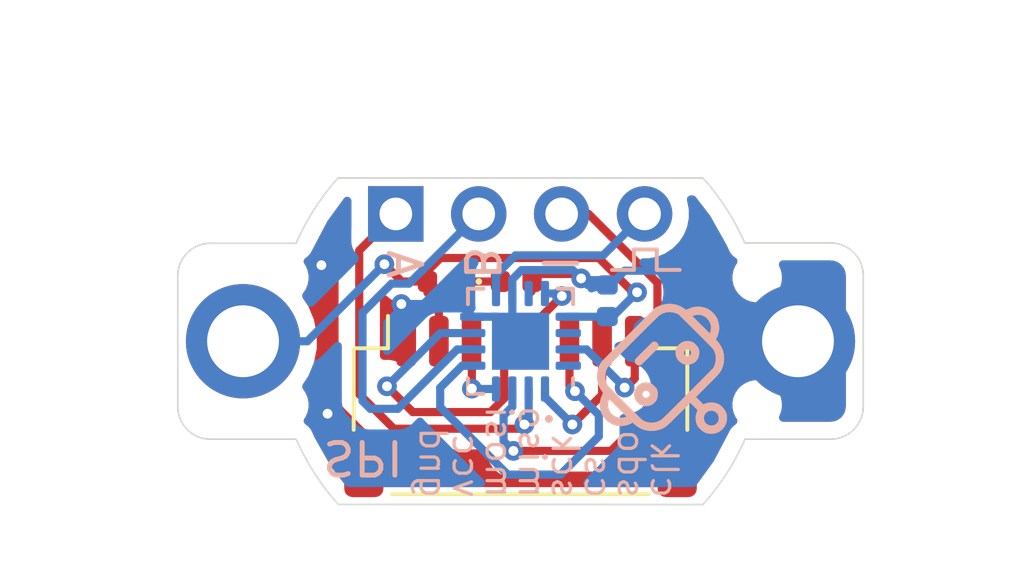
<source format=kicad_pcb>
(kicad_pcb (version 20210925) (generator pcbnew)
  (layers (0 "F.Cu" signal) (31 "B.Cu" signal) (34 "B.Paste" user) (35 "F.Paste" user) (36 "B.SilkS" user "B.Silkscreen") (37 "F.SilkS" user "F.Silkscreen") (38 "B.Mask" user) (39 "F.Mask" user) (44 "Edge.Cuts" user))
  (net 0 "")
  (net 1 "VCC")
  (net 2 "GND")
  (net 3 "Net-(D1-Pad1)")
  (net 4 "nCS")
  (net 5 "SCK")
  (net 6 "MISO")
  (net 7 "MOSI")
  (net 8 "SSCK")
  (net 9 "SSD")
  (net 10 "PWM")
  (net 11 "ABI_I")
  (net 12 "ABI_B")
  (net 13 "ABI_A")
  (net 14 "Net-(U1-Pad16)")
  (net 15 "Net-(U1-Pad14)")
  (net 16 "Net-(U1-Pad11)")
  (footprint "LED_SMD:LED_0402_1005Metric" (layer "F.Cu") (at 97.635 78.17 180)
    (fp_text reference "D1")
    (fp_text value "green")
    (fp_circle (center -1.09 0) (end -1.04 0) (layer "F.SilkS") (width 0.1) (fill none))
    (pad "1" smd roundrect locked (at -0.485 0 180) (size 0.59 0.64) (layers "F.Cu" "F.Paste" "F.Mask") (net 3 "Net-(D1-Pad1)"))
    (pad "2" smd roundrect locked (at 0.485 0 180) (size 0.59 0.64) (layers "F.Cu" "F.Paste" "F.Mask") (net 1 "VCC"))
  )
  (footprint "MountingHole:MountingHole_2.2mm_M2_ISO7380_Pad" (layer "F.Cu") (at 91.5 80)
    (fp_text reference "H1")
    (fp_text value "MountingHole_Pad")
    (pad "1" thru_hole circle locked (at 0 0) (size 3.5 3.5) (drill 2.2) (layers *.Cu *.Mask) (net 1 "VCC"))
  )
  (footprint "MountingHole:MountingHole_2.2mm_M2_ISO7380_Pad" (layer "F.Cu") (at 108.5 80)
    (fp_text reference "H2")
    (fp_text value "MountingHole_Pad")
    (pad "1" thru_hole circle locked (at 0 0) (size 3.5 3.5) (drill 2.2) (layers *.Cu *.Mask) (net 2 "GND"))
  )
  (footprint "Connector_JST:JST_SH_SM08B-SRSS-TB_1x08-1MP_P1.00mm_Horizontal" (layer "F.Cu") (at 100 82)
    (fp_text reference "J1")
    (fp_text value "Conn_01x06_MountingPin")
    (fp_line (start 5.11 0.715) (end 5.11 -1.785) (layer "F.SilkS") (width 0.12))
    (fp_line (start -5.11 0.715) (end -5.11 -1.785) (layer "F.SilkS") (width 0.12))
    (fp_line (start -3.94 2.685) (end 3.94 2.685) (layer "F.SilkS") (width 0.12))
    (fp_line (start -5.11 -1.785) (end -4.06 -1.785) (layer "F.SilkS") (width 0.12))
    (fp_line (start 5.11 -1.785) (end 4.06 -1.785) (layer "F.SilkS") (width 0.12))
    (fp_line (start -4.06 -1.785) (end -4.06 -2.775) (layer "F.SilkS") (width 0.12))
    (pad "1" smd roundrect locked (at -3.5 -2) (size 0.6 1.55) (layers "F.Cu" "F.Paste" "F.Mask") (net 2 "GND"))
    (pad "2" smd roundrect locked (at -2.5 -2) (size 0.6 1.55) (layers "F.Cu" "F.Paste" "F.Mask") (net 1 "VCC"))
    (pad "3" smd roundrect locked (at -1.5 -2) (size 0.6 1.55) (layers "F.Cu" "F.Paste" "F.Mask") (net 7 "MOSI"))
    (pad "4" smd roundrect locked (at -0.5 -2) (size 0.6 1.55) (layers "F.Cu" "F.Paste" "F.Mask") (net 6 "MISO"))
    (pad "5" smd roundrect locked (at 0.5 -2) (size 0.6 1.55) (layers "F.Cu" "F.Paste" "F.Mask") (net 5 "SCK"))
    (pad "6" smd roundrect locked (at 1.5 -2) (size 0.6 1.55) (layers "F.Cu" "F.Paste" "F.Mask") (net 4 "nCS"))
    (pad "7" smd roundrect locked (at 2.5 -2) (size 0.6 1.55) (layers "F.Cu" "F.Paste" "F.Mask") (net 9 "SSD"))
    (pad "8" smd roundrect locked (at 3.5 -2) (size 0.6 1.55) (layers "F.Cu" "F.Paste" "F.Mask") (net 8 "SSCK"))
    (pad "MP" smd roundrect locked (at -4.8 1.875) (size 1.2 1.8) (layers "F.Cu" "F.Paste" "F.Mask") (roundrect_rratio 0.208333) (net 2 "GND"))
    (pad "MP" smd roundrect locked (at 4.8 1.875) (size 1.2 1.8) (layers "F.Cu" "F.Paste" "F.Mask") (roundrect_rratio 0.208333) (net 2 "GND"))
  )
  (footprint "Connector_PinHeader_2.54mm:PinHeader_1x04_P2.54mm_Vertical" (layer "F.Cu") (at 96.18 76.1 90)
    (fp_text reference "J2")
    (fp_text value "Castellations_ABI")
    (pad "1" thru_hole rect locked (at 0 0 90) (size 1.7 1.7) (drill 1) (layers *.Cu *.Mask) (net 13 "ABI_A"))
    (pad "2" thru_hole oval locked (at 0 2.54 90) (size 1.7 1.7) (drill 1) (layers *.Cu *.Mask) (net 12 "ABI_B"))
    (pad "3" thru_hole oval locked (at 0 5.08 90) (size 1.7 1.7) (drill 1) (layers *.Cu *.Mask) (net 11 "ABI_I"))
    (pad "4" thru_hole oval locked (at 0 7.62 90) (size 1.7 1.7) (drill 1) (layers *.Cu *.Mask) (net 10 "PWM"))
  )
  (footprint "Resistor_SMD:R_0402_1005Metric" (layer "F.Cu") (at 99.87 78.17)
    (fp_text reference "R1")
    (fp_text value "1k")
    (pad "1" smd roundrect locked (at -0.485 0) (size 0.59 0.64) (layers "F.Cu" "F.Paste" "F.Mask") (net 3 "Net-(D1-Pad1)"))
    (pad "2" smd roundrect locked (at 0.485 0) (size 0.59 0.64) (layers "F.Cu" "F.Paste" "F.Mask") (net 2 "GND"))
  )
  (footprint "runger:Mousebite" (layer "F.Cu") (at 107.25 81.95)
    (fp_text reference "H**" hide)
    (fp_text value "Mousebite" hide)
    (pad "" np_thru_hole circle locked (at 0 0) (size 0.5 0.5) (drill 0.5) (layers *.Cu *.Mask))
  )
  (footprint "runger:Mousebite" (layer "F.Cu") (at 107.25 78.05)
    (fp_text reference "H**" hide)
    (fp_text value "Mousebite" hide)
    (pad "" np_thru_hole circle locked (at 0 0) (size 0.5 0.5) (drill 0.5) (layers *.Cu *.Mask))
  )
  (footprint "runger:Mousebite" (layer "F.Cu") (at 92.75 81.95)
    (fp_text reference "H**" hide)
    (fp_text value "Mousebite" hide)
    (pad "" np_thru_hole circle locked (at 0 0) (size 0.5 0.5) (drill 0.5) (layers *.Cu *.Mask))
  )
  (footprint "runger:Mousebite" (layer "F.Cu") (at 92.75 78.05)
    (fp_text reference "H**" hide)
    (fp_text value "Mousebite" hide)
    (pad "" np_thru_hole circle locked (at 0 0) (size 0.5 0.5) (drill 0.5) (layers *.Cu *.Mask))
  )
  (footprint "Capacitor_SMD:C_0402_1005Metric" (layer "B.Cu") (at 102.66 78.76 -90)
    (fp_text reference "C2")
    (fp_text value "1uF 6.3V")
    (pad "1" smd roundrect locked (at -0.485 0 270) (size 0.59 0.64) (layers "B.Cu" "B.Paste" "B.Mask") (net 2 "GND"))
    (pad "2" smd roundrect locked (at 0.485 0 270) (size 0.59 0.64) (layers "B.Cu" "B.Paste" "B.Mask") (net 1 "VCC"))
  )
  (footprint "Package_DFN_QFN:QFN-16-1EP_3x3mm_P0.5mm_EP1.75x1.75mm" (layer "B.Cu") (at 100 80 90)
    (fp_text reference "U1")
    (fp_text value "MA730")
    (fp_line (start 1.135 1.61) (end 1.61 1.61) (layer "B.SilkS") (width 0.12))
    (fp_line (start -1.61 -1.61) (end -1.61 -1.135) (layer "B.SilkS") (width 0.12))
    (fp_line (start -1.135 1.61) (end -1.61 1.61) (layer "B.SilkS") (width 0.12))
    (fp_line (start 1.61 -1.61) (end 1.61 -1.135) (layer "B.SilkS") (width 0.12))
    (fp_line (start 1.61 1.61) (end 1.61 1.135) (layer "B.SilkS") (width 0.12))
    (fp_line (start -1.135 -1.61) (end -1.61 -1.61) (layer "B.SilkS") (width 0.12))
    (fp_line (start 1.135 -1.61) (end 1.61 -1.61) (layer "B.SilkS") (width 0.12))
    (pad "1" smd roundrect locked (at -1.4625 0.75 90) (size 0.775 0.25) (layers "B.Cu" "B.Paste" "B.Mask") (net 9 "SSD"))
    (pad "2" smd roundrect locked (at -1.4625 0.25 90) (size 0.775 0.25) (layers "B.Cu" "B.Paste" "B.Mask") (net 13 "ABI_A"))
    (pad "3" smd roundrect locked (at -1.4625 -0.25 90) (size 0.775 0.25) (layers "B.Cu" "B.Paste" "B.Mask") (net 11 "ABI_I"))
    (pad "4" smd roundrect locked (at -1.4625 -0.75 90) (size 0.775 0.25) (layers "B.Cu" "B.Paste" "B.Mask") (net 7 "MOSI"))
    (pad "5" smd roundrect locked (at -0.75 -1.4625 90) (size 0.25 0.775) (layers "B.Cu" "B.Paste" "B.Mask") (net 4 "nCS"))
    (pad "6" smd roundrect locked (at -0.25 -1.4625 90) (size 0.25 0.775) (layers "B.Cu" "B.Paste" "B.Mask") (net 12 "ABI_B"))
    (pad "7" smd roundrect locked (at 0.25 -1.4625 90) (size 0.25 0.775) (layers "B.Cu" "B.Paste" "B.Mask") (net 6 "MISO"))
    (pad "8" smd roundrect locked (at 0.75 -1.4625 90) (size 0.25 0.775) (layers "B.Cu" "B.Paste" "B.Mask") (net 2 "GND"))
    (pad "9" smd roundrect locked (at 1.4625 -0.75 90) (size 0.775 0.25) (layers "B.Cu" "B.Paste" "B.Mask") (net 10 "PWM"))
    (pad "10" smd roundrect locked (at 1.4625 -0.25 90) (size 0.775 0.25) (layers "B.Cu" "B.Paste" "B.Mask") (net 2 "GND"))
    (pad "11" smd roundrect locked (at 1.4625 0.25 90) (size 0.775 0.25) (layers "B.Cu" "B.Paste" "B.Mask") (net 16 "Net-(U1-Pad11)"))
    (pad "12" smd roundrect locked (at 1.4625 0.75 90) (size 0.775 0.25) (layers "B.Cu" "B.Paste" "B.Mask") (net 5 "SCK"))
    (pad "13" smd roundrect locked (at 0.75 1.4625 90) (size 0.25 0.775) (layers "B.Cu" "B.Paste" "B.Mask") (net 1 "VCC"))
    (pad "14" smd roundrect locked (at 0.25 1.4625 90) (size 0.25 0.775) (layers "B.Cu" "B.Paste" "B.Mask") (net 15 "Net-(U1-Pad14)"))
    (pad "15" smd roundrect locked (at -0.25 1.4625 90) (size 0.25 0.775) (layers "B.Cu" "B.Paste" "B.Mask") (net 8 "SSCK"))
    (pad "16" smd roundrect locked (at -0.75 1.4625 90) (size 0.25 0.775) (layers "B.Cu" "B.Paste" "B.Mask") (net 14 "Net-(U1-Pad16)"))
    (pad "17" smd rect locked (at 0 0 90) (size 1.75 1.75) (layers "B.Cu" "B.Mask") (net 2 "GND"))
  )
  (footprint "runger:Robo_logo2" (layer "B.Cu") (at 104.74 81.25 45)
    (fp_text reference "G***" hide)
    (fp_text value "LOGO" hide)
    (fp_poly (pts (xy -0.852964 -0.006741) (xy -0.817725 -0.011646) (xy -0.784163 -0.022321) (xy -0.750304 -0.037274) (xy -0.673759 -0.083754) (xy -0.612127 -0.14399) (xy -0.571847 -0.205393) (xy -0.558897 -0.231799) (xy -0.55062 -0.255572) (xy -0.54599 -0.282534) (xy -0.54398 -0.318509) (xy -0.54356 -0.36576) (xy -0.54392 -0.414476) (xy -0.545819 -0.448904) (xy -0.550486 -0.475073) (xy -0.559149 -0.499011) (xy -0.573038 -0.526749) (xy -0.578408 -0.536712) (xy -0.627833 -0.608228) (xy -0.689348 -0.664085) (xy -0.761289 -0.703224) (xy -0.841998 -0.724585) (xy -0.878285 -0.728009) (xy -0.922977 -0.727777) (xy -0.96726 -0.723815) (xy -0.996902 -0.718102) (xy -1.071873 -0.6867) (xy -1.138466 -0.638469) (xy -1.193765 -0.576147) (xy -1.234861 -0.502475) (xy -1.240146 -0.489229) (xy -1.254921 -0.428174) (xy -1.257529 -0.379922) (xy -1.011775 -0.379922) (xy -1.000461 -0.419396) (xy -0.976344 -0.450614) (xy -0.942976 -0.471496) (xy -0.903905 -0.479966) (xy -0.862681 -0.473947) (xy -0.822855 -0.45136) (xy -0.816409 -0.445657) (xy -0.792327 -0.410916) (xy -0.784475 -0.37133) (xy -0.79105 -0.331419) (xy -0.810248 -0.295701) (xy -0.840265 -0.268694) (xy -0.879298 -0.254916) (xy -0.892911 -0.254037) (xy -0.940383 -0.262888) (xy -0.978565 -0.287515) (xy -1.003588 -0.325192) (xy -1.006738 -0.334267) (xy -1.011775 -0.379922) (xy -1.257529 -0.379922) (xy -1.258686 -0.358539) (xy -1.251704 -0.288652) (xy -1.234236 -0.226841) (xy -1.231721 -0.220972) (xy -1.197754 -0.164248) (xy -1.14968 -0.109757) (xy -1.093386 -0.063333) (xy -1.04366 -0.034658) (xy -1.004496 -0.018692) (xy -0.969085 -0.009806) (xy -0.928075 -0.006124) (xy -0.89916 -0.005634) (xy -0.852964 -0.006741)) (layer "B.SilkS") (width 0.01) (fill solid))
    (fp_poly (pts (xy 0.109648 -1.108074) (xy 0.181977 -1.108995) (xy 0.246828 -1.110394) (xy 0.301111 -1.112273) (xy 0.34174 -1.11463) (xy 0.365625 -1.117466) (xy 0.367646 -1.117953) (xy 0.411414 -1.139753) (xy 0.441917 -1.175255) (xy 0.456393 -1.220837) (xy 0.4572 -1.235368) (xy 0.454299 -1.267576) (xy 0.442839 -1.293313) (xy 0.42243 -1.318409) (xy 0.38766 -1.35636) (xy 0.01349 -1.358862) (xy -0.086109 -1.359423) (xy -0.167411 -1.359599) (xy -0.232438 -1.359326) (xy -0.283212 -1.35854) (xy -0.321753 -1.357174) (xy -0.350083 -1.355164) (xy -0.370224 -1.352446) (xy -0.384195 -1.348955) (xy -0.391682 -1.34587) (xy -0.427256 -1.31781) (xy -0.449564 -1.279059) (xy -0.457458 -1.23505) (xy -0.449786 -1.191222) (xy -0.431147 -1.159316) (xy -0.403631 -1.135638) (xy -0.3711 -1.119007) (xy -0.367647 -1.117953) (xy -0.34666 -1.115042) (xy -0.308447 -1.11261) (xy -0.256096 -1.110656) (xy -0.192694 -1.109182) (xy -0.121331 -1.108186) (xy -0.045094 -1.10767) (xy 0.032928 -1.107633) (xy 0.109648 -1.108074)) (layer "B.SilkS") (width 0.01) (fill solid))
    (fp_poly (pts (xy 0.097813 2.033273) (xy 0.186492 2.006246) (xy 0.268214 1.96053) (xy 0.34422 1.895576) (xy 0.353277 1.886187) (xy 0.40812 1.817965) (xy 0.44613 1.745631) (xy 0.4685 1.665749) (xy 0.476428 1.574883) (xy 0.475802 1.534168) (xy 0.473144 1.485324) (xy 0.468585 1.449197) (xy 0.460295 1.418185) (xy 0.446443 1.384687) (xy 0.433155 1.3571) (xy 0.38195 1.273063) (xy 0.318455 1.204615) (xy 0.240771 1.149882) (xy 0.203514 1.13056) (xy 0.122471 1.0922) (xy 0.122195 0.93218) (xy 0.12192 0.77216) (xy 0.61722 0.771984) (xy 0.739095 0.77186) (xy 0.842638 0.771477) (xy 0.929835 0.770681) (xy 1.002672 0.769317) (xy 1.063137 0.767231) (xy 1.113215 0.764267) (xy 1.154894 0.760272) (xy 1.19016 0.755089) (xy 1.221001 0.748566) (xy 1.249402 0.740546) (xy 1.277351 0.730876) (xy 1.306834 0.719399) (xy 1.310281 0.71801) (xy 1.397129 0.677159) (xy 1.47441 0.627391) (xy 1.549244 0.563975) (xy 1.565153 0.54864) (xy 1.64756 0.454337) (xy 1.711593 0.351364) (xy 1.751969 0.255855) (xy 1.769983 0.192551) (xy 1.784764 0.121009) (xy 1.794734 0.05026) (xy 1.79832 -0.009764) (xy 1.799879 -0.035382) (xy 1.808524 -0.047841) (xy 1.830203 -0.05427) (xy 1.83642 -0.055422) (xy 1.883138 -0.069054) (xy 1.938766 -0.093237) (xy 1.997289 -0.12473) (xy 2.052698 -0.160289) (xy 2.098981 -0.196672) (xy 2.100044 -0.197632) (xy 2.166196 -0.267786) (xy 2.224251 -0.349103) (xy 2.269513 -0.43461) (xy 2.283777 -0.47065) (xy 2.302854 -0.544344) (xy 2.313502 -0.62867) (xy 2.315313 -0.715594) (xy 2.307882 -0.797078) (xy 2.301839 -0.82804) (xy 2.267383 -0.931737) (xy 2.21538 -1.028275) (xy 2.148023 -1.115306) (xy 2.067506 -1.190481) (xy 1.976023 -1.251453) (xy 1.875768 -1.295873) (xy 1.859849 -1.301043) (xy 1.828188 -1.312774) (xy 1.805002 -1.324939) (xy 1.797128 -1.332267) (xy 1.792292 -1.348767) (xy 1.786004 -1.37906) (xy 1.779571 -1.416808) (xy 1.779154 -1.419531) (xy 1.752587 -1.528373) (xy 1.707662 -1.632248) (xy 1.646122 -1.729159) (xy 1.569712 -1.817109) (xy 1.480174 -1.8941) (xy 1.379254 -1.958136) (xy 1.268694 -2.007217) (xy 1.26492 -2.008553) (xy 1.18364 -2.03708) (xy 0.0254 -2.038938) (xy -0.160295 -2.039194) (xy -0.326694 -2.039328) (xy -0.474822 -2.03933) (xy -0.605704 -2.039191) (xy -0.720364 -2.0389) (xy -0.819827 -2.038449) (xy -0.905117 -2.037826) (xy -0.977259 -2.037023) (xy -1.037276 -2.036031) (xy -1.086194 -2.034838) (xy -1.125037 -2.033435) (xy -1.15483 -2.031814) (xy -1.176596 -2.029963) (xy -1.191361 -2.027873) (xy -1.1938 -2.027374) (xy -1.304486 -1.993291) (xy -1.408518 -1.942326) (xy -1.503918 -1.876537) (xy -1.588705 -1.797979) (xy -1.660899 -1.708708) (xy -1.718521 -1.610779) (xy -1.75959 -1.50625) (xy -1.779155 -1.419531) (xy -1.78555 -1.381502) (xy -1.79189 -1.35049) (xy -1.796869 -1.332833) (xy -1.797129 -1.332267) (xy -1.810012 -1.321823) (xy -1.836099 -1.309459) (xy -1.85985 -1.301043) (xy -1.949042 -1.26608) (xy -2.030205 -1.217852) (xy -2.108185 -1.153335) (xy -2.128746 -1.13331) (xy -2.202097 -1.048655) (xy -2.25641 -0.959996) (xy -2.292558 -0.865054) (xy -2.311415 -0.76155) (xy -2.313737 -0.661106) (xy -2.069701 -0.661106) (xy -2.064993 -0.741119) (xy -2.064803 -0.742151) (xy -2.039303 -0.831107) (xy -1.998459 -0.908416) (xy -1.952029 -0.963925) (xy -1.920202 -0.991581) (xy -1.88405 -1.017948) (xy -1.848823 -1.039695) (xy -1.819771 -1.05349) (xy -1.80594 -1.056631) (xy -1.804215 -1.046846) (xy -1.802626 -1.018977) (xy -1.801219 -0.975261) (xy -1.80004 -0.917932) (xy -1.799134 -0.849229) (xy -1.798546 -0.771386) (xy -1.798321 -0.68664) (xy -1.79832 -0.68072) (xy -1.798462 -0.595587) (xy -1.798863 -0.517207) (xy -1.799493 -0.447814) (xy -1.80032 -0.389645) (xy -1.800338 -0.388824) (xy -1.54274 -0.388824) (xy -1.542529 -0.535018) (xy -1.542104 -0.666108) (xy -1.53924 -1.397) (xy -1.515308 -1.456336) (xy -1.467107 -1.550437) (xy -1.404381 -1.631517) (xy -1.328757 -1.698202) (xy -1.241861 -1.749117) (xy -1.14532 -1.782889) (xy -1.12268 -1.787936) (xy -1.10573 -1.789301) (xy -1.070106 -1.790558) (xy -1.017456 -1.791708) (xy -0.949427 -1.792749) (xy -0.867665 -1.793681) (xy -0.773818 -1.794502) (xy -0.669531 -1.795214) (xy -0.556453 -1.795814) (xy -0.436228 -1.796302) (xy -0.310505 -1.796677) (xy -0.180931 -1.79694) (xy -0.049151 -1.797088) (xy 0.083187 -1.797122) (xy 0.214437 -1.797041) (xy 0.342951 -1.796844) (xy 0.467084 -1.79653) (xy 0.585187 -1.796099) (xy 0.695615 -1.79555) (xy 0.796721 -1.794883) (xy 0.886857 -1.794096) (xy 0.964377 -1.793189) (xy 1.027635 -1.792162) (xy 1.074983 -1.791014) (xy 1.104775 -1.789744) (xy 1.114014 -1.788839) (xy 1.21477 -1.759864) (xy 1.305507 -1.713636) (xy 1.384854 -1.651291) (xy 1.451441 -1.573965) (xy 1.503899 -1.482793) (xy 1.515307 -1.456336) (xy 1.53924 -1.397) (xy 1.542068 -0.674918) (xy 1.79832 -0.674918) (xy 1.79832 -1.058009) (xy 1.82118 -1.051365) (xy 1.841503 -1.042282) (xy 1.871333 -1.025356) (xy 1.898977 -1.007702) (xy 1.964323 -0.952274) (xy 2.014104 -0.88628) (xy 2.048092 -0.812482) (xy 2.06606 -0.733646) (xy 2.06778 -0.652533) (xy 2.053025 -0.571909) (xy 2.021565 -0.494536) (xy 1.973174 -0.423177) (xy 1.949301 -0.397211) (xy 1.923071 -0.374374) (xy 1.890114 -0.35027) (xy 1.855868 -0.328353) (xy 1.82577 -0.312075) (xy 1.80526 -0.304887) (xy 1.803737 -0.3048) (xy 1.802511 -0.314587) (xy 1.801383 -0.34246) (xy 1.800383 -0.386185) (xy 1.799545 -0.443528) (xy 1.7989 -0.512253) (xy 1.798481 -0.590128) (xy 1.79832 -0.674918) (xy 1.542068 -0.674918) (xy 1.542103 -0.666108) (xy 1.542599 -0.497897) (xy 1.54269 -0.349966) (xy 1.542376 -0.22228) (xy 1.541655 -0.114804) (xy 1.540528 -0.027501) (xy 1.538994 0.039662) (xy 1.537053 0.086723) (xy 1.534705 0.113716) (xy 1.534153 0.116872) (xy 1.505381 0.206853) (xy 1.458852 0.290619) (xy 1.396771 0.365731) (xy 1.321347 0.429749) (xy 1.234787 0.480235) (xy 1.187567 0.499805) (xy 1.12268 0.52324) (xy 0.06096 0.52619) (xy -0.121935 0.526594) (xy -0.291295 0.526757) (xy -0.446409 0.526683) (xy -0.586564 0.526377) (xy -0.71105 0.525842) (xy -0.819155 0.525084) (xy -0.910166 0.524108) (xy -0.983372 0.522917) (xy -1.038061 0.521516) (xy -1.073521 0.519909) (xy -1.084301 0.518973) (xy -1.179842 0.499897) (xy -1.264409 0.466246) (xy -1.342058 0.415999) (xy -1.405094 0.359298) (xy -1.448956 0.305335) (xy -1.488414 0.239423) (xy -1.518989 0.169931) (xy -1.533737 0.11888) (xy -1.536183 0.098098) (xy -1.538233 0.060901) (xy -1.539893 0.006788) (xy -1.541168 -0.06474) (xy -1.542064 -0.154185) (xy -1.542586 -0.262046) (xy -1.54274 -0.388824) (xy -1.800338 -0.388824) (xy -1.80131 -0.344937) (xy -1.802432 -0.315925) (xy -1.803653 -0.304846) (xy -1.803738 -0.3048) (xy -1.815097 -0.30903) (xy -1.838533 -0.319909) (xy -1.858339 -0.329722) (xy -1.925864 -0.37472) (xy -1.982583 -0.433994) (xy -2.026675 -0.503907) (xy -2.056322 -0.580823) (xy -2.069701 -0.661106) (xy -2.313737 -0.661106) (xy -2.313989 -0.65024) (xy -2.300325 -0.536454) (xy -2.269047 -0.432407) (xy -2.219626 -0.336961) (xy -2.151529 -0.248981) (xy -2.104251 -0.201827) (xy -2.055759 -0.162847) (xy -1.998681 -0.125465) (xy -1.938894 -0.092906) (xy -1.882278 -0.068396) (xy -1.837853 -0.055691) (xy -1.801186 -0.049076) (xy -1.794474 0.038236) (xy -1.781416 0.144723) (xy -1.758995 0.238269) (xy -1.727587 0.320816) (xy -1.668331 0.427322) (xy -1.592792 0.523024) (xy -1.502942 0.606046) (xy -1.400753 0.674511) (xy -1.310282 0.71801) (xy -1.280506 0.729696) (xy -1.252485 0.739559) (xy -1.224232 0.747754) (xy -1.19376 0.754436) (xy -1.159082 0.759759) (xy -1.118211 0.763878) (xy -1.069161 0.766948) (xy -1.009945 0.769124) (xy -0.938576 0.77056) (xy -0.853068 0.771412) (xy -0.751434 0.771833) (xy -0.631687 0.771978) (xy -0.61722 0.771984) (xy -0.12192 0.77216) (xy -0.122472 1.0922) (xy -0.203515 1.13056) (xy -0.287715 1.1801) (xy -0.356929 1.242569) (xy -0.413057 1.31984) (xy -0.433156 1.3571) (xy -0.451754 1.39651) (xy -0.463563 1.428344) (xy -0.470417 1.460207) (xy -0.474144 1.499698) (xy -0.475803 1.534168) (xy -0.47547 1.54385) (xy -0.232207 1.54385) (xy -0.226704 1.511201) (xy -0.212015 1.473437) (xy -0.210775 1.470716) (xy -0.173627 1.411857) (xy -0.1245 1.368254) (xy -0.06612 1.341137) (xy -0.001214 1.331737) (xy 0.067493 1.341287) (xy 0.072558 1.342752) (xy 0.124102 1.367849) (xy 0.170263 1.408459) (xy 0.20593 1.459777) (xy 0.213119 1.474894) (xy 0.230063 1.538334) (xy 0.228163 1.602024) (xy 0.20856 1.662537) (xy 0.172395 1.716447) (xy 0.120809 1.760327) (xy 0.117368 1.762492) (xy 0.085246 1.780217) (xy 0.056158 1.789549) (xy 0.020627 1.792969) (xy 0 1.79324) (xy -0.041527 1.791671) (xy -0.072343 1.785309) (xy -0.101926 1.77167) (xy -0.117369 1.762492) (xy -0.170455 1.718251) (xy -0.208183 1.661915) (xy -0.228624 1.596556) (xy -0.230486 1.5825) (xy -0.232207 1.54385) (xy -0.47547 1.54385) (xy -0.472336 1.634808) (xy -0.452825 1.724048) (xy -0.416505 1.803885) (xy -0.362609 1.876319) (xy -0.332953 1.906526) (xy -0.257649 1.967521) (xy -0.179661 2.009557) (xy -0.095663 2.033983) (xy -0.002332 2.042152) (xy 0.000938 2.042161) (xy 0.097813 2.033273)) (layer "B.SilkS") (width 0.01) (fill solid))
    (fp_poly (pts (xy 0.986438 -0.014923) (xy 1.060362 -0.044017) (xy 1.127592 -0.088719) (xy 1.161498 -0.120766) (xy 1.203048 -0.170304) (xy 1.230682 -0.217184) (xy 1.246804 -0.267721) (xy 1.253812 -0.328229) (xy 1.254653 -0.36576) (xy 1.253911 -0.414946) (xy 1.250751 -0.450757) (xy 1.243964 -0.480101) (xy 1.232341 -0.509888) (xy 1.22763 -0.520156) (xy 1.185181 -0.58825) (xy 1.127574 -0.647261) (xy 1.059504 -0.692457) (xy 1.054096 -0.695163) (xy 0.994477 -0.716172) (xy 0.926104 -0.727373) (xy 0.857164 -0.728111) (xy 0.795845 -0.717726) (xy 0.79116 -0.716282) (xy 0.717714 -0.682449) (xy 0.651949 -0.632363) (xy 0.597684 -0.569722) (xy 0.558734 -0.498223) (xy 0.55447 -0.487022) (xy 0.541188 -0.427663) (xy 0.538719 -0.364108) (xy 0.7874 -0.364108) (xy 0.790132 -0.400703) (xy 0.800213 -0.426279) (xy 0.81224 -0.441364) (xy 0.849739 -0.468228) (xy 0.893251 -0.479195) (xy 0.93707 -0.473905) (xy 0.975492 -0.451998) (xy 0.975831 -0.451693) (xy 1.001822 -0.416117) (xy 1.012073 -0.374572) (xy 1.007006 -0.33252) (xy 0.987043 -0.295425) (xy 0.962106 -0.273872) (xy 0.915745 -0.255793) (xy 0.870018 -0.257052) (xy 0.828082 -0.277431) (xy 0.82058 -0.283646) (xy 0.800035 -0.304795) (xy 0.79026 -0.325783) (xy 0.787457 -0.355817) (xy 0.7874 -0.364108) (xy 0.538719 -0.364108) (xy 0.53853 -0.359264) (xy 0.545973 -0.289777) (xy 0.562998 -0.227152) (xy 0.572955 -0.204665) (xy 0.620513 -0.133516) (xy 0.682451 -0.076017) (xy 0.756986 -0.033504) (xy 0.834304 -0.008956) (xy 0.90977 -0.002786) (xy 0.986438 -0.014923)) (layer "B.SilkS") (width 0.01) (fill solid))
  )
  (gr_line (start 102.8 77.815) (end 103.475 77.815) (layer "B.SilkS") (width 0.12))
  (gr_line (start 103.475 77.815) (end 103.475 77.19) (layer "B.SilkS") (width 0.12))
  (gr_line (start 103.475 77.19) (end 104.175 77.19) (layer "B.SilkS") (width 0.12))
  (gr_line (start 104.175 77.19) (end 104.175 77.815) (layer "B.SilkS") (width 0.12))
  (gr_line (start 104.175 77.815) (end 104.875 77.815) (layer "B.SilkS") (width 0.12))
  (gr_circle (center 100.87 82.38) (end 100.93 82.39) (layer "B.SilkS") (width 0.12) (fill none))
  (gr_arc (start 100 80) (end 94.410001 75.000001) (angle -18.23228403) (layer "Edge.Cuts") (width 0.05))
  (gr_line (start 110.5 82) (end 110.5 77.99) (layer "Edge.Cuts") (width 0.05))
  (gr_arc (start 100 80) (end 106.87 76.99) (angle -18.15117784) (layer "Edge.Cuts") (width 0.05))
  (gr_arc (start 90.5 78) (end 90.5 77) (angle -90) (layer "Edge.Cuts") (width 0.05))
  (gr_arc (start 90.5 82) (end 89.499951 82) (angle -90) (layer "Edge.Cuts") (width 0.05))
  (gr_arc (start 109.5 77.99) (end 110.5 77.99) (angle -90) (layer "Edge.Cuts") (width 0.05))
  (gr_line (start 90.5 83.000049) (end 93.13 83) (layer "Edge.Cuts") (width 0.05))
  (gr_line (start 89.5 78) (end 89.499951 82) (layer "Edge.Cuts") (width 0.05))
  (gr_line (start 106.875752 82.999745) (end 109.5 83) (layer "Edge.Cuts") (width 0.05))
  (gr_line (start 94.418983 85.000913) (end 105.59 85.002635) (layer "Edge.Cuts") (width 0.05))
  (gr_arc (start 100 79.99) (end 93.13 83) (angle -18.25906798) (layer "Edge.Cuts") (width 0.05))
  (gr_arc (start 109.5 82) (end 109.5 83) (angle -90) (layer "Edge.Cuts") (width 0.05))
  (gr_arc (start 100 80) (end 105.589999 85.002634) (angle -18.25555789) (layer "Edge.Cuts") (width 0.05))
  (gr_line (start 109.5 76.99) (end 106.87 76.99) (layer "Edge.Cuts") (width 0.05))
  (gr_line (start 94.410001 75.000001) (end 105.590443 74.999605) (layer "Edge.Cuts") (width 0.05))
  (gr_line (start 90.5 77) (end 93.126291 76.999965) (layer "Edge.Cuts") (width 0.05))
  (gr_text "A" (at 96.43 77.64 270) (layer "B.SilkS") (effects (font (size 1 1)) (justify mirror)))
  (gr_text "B" (at 98.8 77.6 270) (layer "B.SilkS") (effects (font (size 1 1)) (justify mirror)))
  (gr_text "SPI" (at 95.174 83.556 180) (layer "B.SilkS") (effects (font (size 1 1)) (justify mirror)))
  (gr_text "I" (at 101.27 77.61 90) (layer "B.SilkS") (effects (font (size 1 1)) (justify mirror)))
  (gr_text "clk" (at 104.397996 84.869286 270) (layer "B.SilkS") (effects (font (size 0.8 0.8) (thickness 0.1)) (justify left mirror)))
  (gr_text "vcc" (at 98.329428 84.869286 270) (layer "B.SilkS") (effects (font (size 0.8 0.8) (thickness 0.1)) (justify left mirror)))
  (gr_text "sdo" (at 103.386568 84.869286 270) (layer "B.SilkS") (effects (font (size 0.8 0.8) (thickness 0.1)) (justify left mirror)))
  (gr_text "cs" (at 102.37514 84.869286 270) (layer "B.SilkS") (effects (font (size 0.8 0.8) (thickness 0.1)) (justify left mirror)))
  (gr_text "gnd" (at 97.318 84.869286 270) (layer "B.SilkS") (effects (font (size 0.8 0.8) (thickness 0.1)) (justify left mirror)))
  (gr_text "mosi" (at 99.340856 84.869286 270) (layer "B.SilkS") (effects (font (size 0.8 0.8) (thickness 0.1)) (justify left mirror)))
  (gr_text "miso" (at 100.352284 84.869286 270) (layer "B.SilkS") (effects (font (size 0.8 0.8) (thickness 0.1)) (justify left mirror)))
  (gr_text "sck" (at 101.363712 84.869286 270) (layer "B.SilkS") (effects (font (size 0.8 0.8) (thickness 0.1)) (justify left mirror)))
  (segment (start 102.22 77.45) (end 102.396768 77.45) (width 0.25) (layer "F.Cu") (net 1))
  (segment (start 97.55 77.45) (end 102.22 77.45) (width 0.25) (layer "F.Cu") (net 1))
  (segment (start 97.15 77.85) (end 97.55 77.45) (width 0.25) (layer "F.Cu") (net 1))
  (segment (start 97.15 78.17) (end 96.36 78.17) (width 0.25) (layer "F.Cu") (net 1))
  (segment (start 97.15 78.17) (end 97.15 77.85) (width 0.25) (layer "F.Cu") (net 1))
  (segment (start 97.5 78.86) (end 97.5 80) (width 0.25) (layer "F.Cu") (net 1))
  (segment (start 102.396768 77.45) (end 103.446768 78.5) (width 0.25) (layer "F.Cu") (net 1))
  (segment (start 97.15 78.17) (end 97.15 78.51) (width 0.25) (layer "F.Cu") (net 1))
  (segment (start 103.446768 78.5) (end 103.57 78.5) (width 0.25) (layer "F.Cu") (net 1))
  (segment (start 96.36 78.17) (end 95.83 77.64) (width 0.25) (layer "F.Cu") (net 1))
  (segment (start 97.15 78.51) (end 97.5 78.86) (width 0.25) (layer "F.Cu") (net 1))
  (via (at 103.57 78.5) (size 0.6) (drill 0.3) (layers "F.Cu" "B.Cu") (net 1))
  (via (at 95.83 77.64) (size 0.6) (drill 0.3) (layers "F.Cu" "B.Cu") (net 1))
  (segment (start 102.825 79.245) (end 102.66 79.245) (width 0.25) (layer "B.Cu") (net 1))
  (segment (start 102.655 79.25) (end 102.66 79.245) (width 0.25) (layer "B.Cu") (net 1))
  (segment (start 103.57 78.5) (end 102.825 79.245) (width 0.25) (layer "B.Cu") (net 1))
  (segment (start 93.47 80) (end 91.5 80) (width 0.25) (layer "B.Cu") (net 1))
  (segment (start 95.83 77.64) (end 93.47 80) (width 0.25) (layer "B.Cu") (net 1))
  (segment (start 101.4625 79.25) (end 102.655 79.25) (width 0.25) (layer "B.Cu") (net 1))
  (segment (start 100.584991 77.940009) (end 101.7226 77.940009) (width 0.25) (layer "F.Cu") (net 2))
  (segment (start 100.355 78.17) (end 100.584991 77.940009) (width 0.25) (layer "F.Cu") (net 2))
  (segment (start 101.7226 77.940009) (end 101.857601 78.07501) (width 0.25) (layer "F.Cu") (net 2))
  (segment (start 96.5 79.01) (end 96.35 78.86) (width 0.25) (layer "F.Cu") (net 2))
  (segment (start 96.5 80) (end 96.5 79.01) (width 0.25) (layer "F.Cu") (net 2))
  (via (at 101.857601 78.07501) (size 0.6) (drill 0.3) (layers "F.Cu" "B.Cu") (net 2))
  (via (at 96.35 78.86) (size 0.6) (drill 0.3) (layers "F.Cu" "B.Cu") (net 2))
  (via (at 93.9 77.67) (size 0.6) (drill 0.3) (layers "F.Cu" "B.Cu") (net 2))
  (via (at 94.09 82.22) (size 0.6) (drill 0.3) (layers "F.Cu" "B.Cu") (net 2))
  (segment (start 102.66 78.275) (end 102.755 78.275) (width 0.25) (layer "B.Cu") (net 2))
  (segment (start 99.75 79.75) (end 100 80) (width 0.25) (layer "B.Cu") (net 2))
  (segment (start 96.35 78.86) (end 98.1475 78.86) (width 0.25) (layer "B.Cu") (net 2))
  (segment (start 100.031967 77.820011) (end 101.602602 77.820011) (width 0.25) (layer "B.Cu") (net 2))
  (segment (start 101.602602 77.820011) (end 101.857601 78.07501) (width 0.25) (layer "B.Cu") (net 2))
  (segment (start 102.057591 78.275) (end 101.857601 78.07501) (width 0.25) (layer "B.Cu") (net 2))
  (segment (start 99.75 78.101978) (end 100.031967 77.820011) (width 0.25) (layer "B.Cu") (net 2))
  (segment (start 99.25 79.25) (end 100 80) (width 0.25) (layer "B.Cu") (net 2))
  (segment (start 102.755 78.275) (end 103.19 77.84) (width 0.25) (layer "B.Cu") (net 2))
  (segment (start 98.5375 79.25) (end 99.25 79.25) (width 0.25) (layer "B.Cu") (net 2))
  (segment (start 99.75 78.5375) (end 99.75 78.101978) (width 0.25) (layer "B.Cu") (net 2))
  (segment (start 102.66 78.275) (end 102.057591 78.275) (width 0.25) (layer "B.Cu") (net 2))
  (segment (start 107.07 80) (end 108.5 80) (width 0.25) (layer "B.Cu") (net 2))
  (segment (start 98.1475 78.86) (end 98.5375 79.25) (width 0.25) (layer "B.Cu") (net 2))
  (segment (start 104.91 77.84) (end 107.07 80) (width 0.25) (layer "B.Cu") (net 2))
  (segment (start 99.75 78.5375) (end 99.75 79.75) (width 0.25) (layer "B.Cu") (net 2))
  (segment (start 103.19 77.84) (end 104.91 77.84) (width 0.25) (layer "B.Cu") (net 2))
  (segment (start 98.12 78.17) (end 99.385 78.17) (width 0.25) (layer "F.Cu") (net 3))
  (segment (start 101.67 81.53) (end 101.5 81.36) (width 0.25) (layer "F.Cu") (net 4))
  (segment (start 101.5 81.36) (end 101.5 80) (width 0.25) (layer "F.Cu") (net 4))
  (via (at 101.67 81.53) (size 0.6) (drill 0.3) (layers "F.Cu" "B.Cu") (net 4))
  (segment (start 97.54 82.01898) (end 99.606022 84.085002) (width 0.25) (layer "B.Cu") (net 4))
  (segment (start 101.224998 84.085002) (end 102.4 82.91) (width 0.25) (layer "B.Cu") (net 4))
  (segment (start 102.4 82.26) (end 101.67 81.53) (width 0.25) (layer "B.Cu") (net 4))
  (segment (start 102.4 82.91) (end 102.4 82.26) (width 0.25) (layer "B.Cu") (net 4))
  (segment (start 97.54 81.42282) (end 97.54 82.01898) (width 0.25) (layer "B.Cu") (net 4))
  (segment (start 98.5375 80.75) (end 98.21282 80.75) (width 0.25) (layer "B.Cu") (net 4))
  (segment (start 98.21282 80.75) (end 97.54 81.42282) (width 0.25) (layer "B.Cu") (net 4))
  (segment (start 99.606022 84.085002) (end 101.224998 84.085002) (width 0.25) (layer "B.Cu") (net 4))
  (segment (start 100.5 79.382443) (end 101.267379 78.615064) (width 0.25) (layer "F.Cu") (net 5))
  (segment (start 100.5 80) (end 100.5 79.382443) (width 0.25) (layer "F.Cu") (net 5))
  (via (at 101.267379 78.615064) (size 0.6) (drill 0.3) (layers "F.Cu" "B.Cu") (net 5))
  (segment (start 100.75 78.5375) (end 101.189815 78.5375) (width 0.25) (layer "B.Cu") (net 5))
  (segment (start 101.189815 78.5375) (end 101.267379 78.615064) (width 0.25) (layer "B.Cu") (net 5))
  (segment (start 99.5 81.75) (end 99.08 82.17) (width 0.25) (layer "F.Cu") (net 6))
  (segment (start 99.08 82.17) (end 96.7 82.17) (width 0.25) (layer "F.Cu") (net 6))
  (segment (start 96.7 82.17) (end 95.91 81.38) (width 0.25) (layer "F.Cu") (net 6))
  (segment (start 99.5 80) (end 99.5 81.75) (width 0.25) (layer "F.Cu") (net 6))
  (via (at 95.91 81.38) (size 0.6) (drill 0.3) (layers "F.Cu" "B.Cu") (net 6))
  (segment (start 97.54 79.75) (end 95.91 81.38) (width 0.25) (layer "B.Cu") (net 6))
  (segment (start 98.5375 79.75) (end 97.54 79.75) (width 0.25) (layer "B.Cu") (net 6))
  (segment (start 98.51 81.45) (end 98.51 80.01) (width 0.25) (layer "F.Cu") (net 7))
  (segment (start 98.51 80.01) (end 98.5 80) (width 0.25) (layer "F.Cu") (net 7))
  (via (at 98.51 81.45) (size 0.6) (drill 0.3) (layers "F.Cu" "B.Cu") (net 7))
  (segment (start 98.5225 81.4625) (end 98.51 81.45) (width 0.25) (layer "B.Cu") (net 7))
  (segment (start 99.25 81.4625) (end 98.5225 81.4625) (width 0.25) (layer "B.Cu") (net 7))
  (segment (start 103.19 81.42) (end 103.22 81.42) (width 0.25) (layer "F.Cu") (net 8))
  (segment (start 103.22 81.42) (end 103.5 81.14) (width 0.25) (layer "F.Cu") (net 8))
  (segment (start 103.5 81.14) (end 103.5 80) (width 0.25) (layer "F.Cu") (net 8))
  (via (at 103.19 81.42) (size 0.6) (drill 0.3) (layers "F.Cu" "B.Cu") (net 8))
  (segment (start 102.02 80.25) (end 103.19 81.42) (width 0.25) (layer "B.Cu") (net 8))
  (segment (start 101.4625 80.25) (end 102.02 80.25) (width 0.25) (layer "B.Cu") (net 8))
  (segment (start 102.5 81.639998) (end 101.59 82.549998) (width 0.25) (layer "F.Cu") (net 9))
  (segment (start 102.5 80) (end 102.5 81.639998) (width 0.25) (layer "F.Cu") (net 9))
  (via (at 101.59 82.549998) (size 0.6) (drill 0.3) (layers "F.Cu" "B.Cu") (net 9))
  (segment (start 100.75 81.4625) (end 100.75 81.709998) (width 0.25) (layer "B.Cu") (net 9))
  (segment (start 100.75 81.709998) (end 101.59 82.549998) (width 0.25) (layer "B.Cu") (net 9))
  (segment (start 102.53 77.37) (end 103.8 76.1) (width 0.25) (layer "B.Cu") (net 10))
  (segment (start 99.25 77.965567) (end 99.845567 77.37) (width 0.25) (layer "B.Cu") (net 10))
  (segment (start 99.25 78.5375) (end 99.25 77.965567) (width 0.25) (layer "B.Cu") (net 10))
  (segment (start 99.845567 77.37) (end 102.53 77.37) (width 0.25) (layer "B.Cu") (net 10))
  (segment (start 104.195002 81.934998) (end 102.770878 83.359122) (width 0.25) (layer "F.Cu") (net 11))
  (segment (start 101.26 76.1) (end 102.085004 76.1) (width 0.25) (layer "F.Cu") (net 11))
  (segment (start 102.770878 83.359122) (end 99.782391 83.359122) (width 0.25) (layer "F.Cu") (net 11))
  (segment (start 102.085004 76.1) (end 104.195002 78.209998) (width 0.25) (layer "F.Cu") (net 11))
  (segment (start 104.195002 78.209998) (end 104.195002 81.934998) (width 0.25) (layer "F.Cu") (net 11))
  (via (at 99.782391 83.359122) (size 0.6) (drill 0.3) (layers "F.Cu" "B.Cu") (net 11))
  (segment (start 99.75 82.004996) (end 99.482392 82.272604) (width 0.25) (layer "B.Cu") (net 11))
  (segment (start 99.482392 82.272604) (end 99.482392 83.059123) (width 0.25) (layer "B.Cu") (net 11))
  (segment (start 99.75 81.4625) (end 99.75 82.004996) (width 0.25) (layer "B.Cu") (net 11))
  (segment (start 99.482392 83.059123) (end 99.782391 83.359122) (width 0.25) (layer "B.Cu") (net 11))
  (segment (start 95.16 79.124998) (end 96.049999 78.234999) (width 0.25) (layer "B.Cu") (net 12))
  (segment (start 96.24 82.07) (end 95.4 82.07) (width 0.25) (layer "B.Cu") (net 12))
  (segment (start 98.5375 80.25) (end 98.06 80.25) (width 0.25) (layer "B.Cu") (net 12))
  (segment (start 96.585001 78.234999) (end 98.72 76.1) (width 0.25) (layer "B.Cu") (net 12))
  (segment (start 95.4 82.07) (end 95.16 81.83) (width 0.25) (layer "B.Cu") (net 12))
  (segment (start 96.049999 78.234999) (end 96.585001 78.234999) (width 0.25) (layer "B.Cu") (net 12))
  (segment (start 95.16 81.83) (end 95.16 79.124998) (width 0.25) (layer "B.Cu") (net 12))
  (segment (start 98.06 80.25) (end 96.24 82.07) (width 0.25) (layer "B.Cu") (net 12))
  (segment (start 96.119999 82.679999) (end 99.989999 82.679999) (width 0.25) (layer "F.Cu") (net 13))
  (segment (start 95.06 77.22) (end 95.06 81.62) (width 0.25) (layer "F.Cu") (net 13))
  (segment (start 99.989999 82.679999) (end 100.119998 82.55) (width 0.25) (layer "F.Cu") (net 13))
  (segment (start 95.06 81.62) (end 96.119999 82.679999) (width 0.25) (layer "F.Cu") (net 13))
  (segment (start 96.18 76.1) (end 95.06 77.22) (width 0.25) (layer "F.Cu") (net 13))
  (via (at 100.119998 82.55) (size 0.6) (drill 0.3) (layers "F.Cu" "B.Cu") (net 13))
  (segment (start 100.25 81.4625) (end 100.25 82.419998) (width 0.25) (layer "B.Cu") (net 13))
  (segment (start 100.25 82.419998) (end 100.119998 82.55) (width 0.25) (layer "B.Cu") (net 13))
  (zone (net 2) (net_name "GND") (layer "F.Cu") (connect_pads yes (clearance 0.508)) (min_thickness 0.254) (fill yes (thermal_gap 0.508) (thermal_bridge_width 0.508))
    (polygon (pts (xy 110.5 84.95) (xy 89.52 85.07) (xy 89.52 75.07) (xy 110.5 74.95)))
  )
  (zone (net 2) (net_name "GND") (layer "B.Cu") (connect_pads yes (clearance 0.508)) (min_thickness 0.254) (fill yes (thermal_gap 0.508) (thermal_bridge_width 0.508))
    (polygon (pts (xy 110.5 84.97) (xy 89.51 84.94) (xy 89.51 74.94) (xy 110.5 74.97)))
  )
)
</source>
